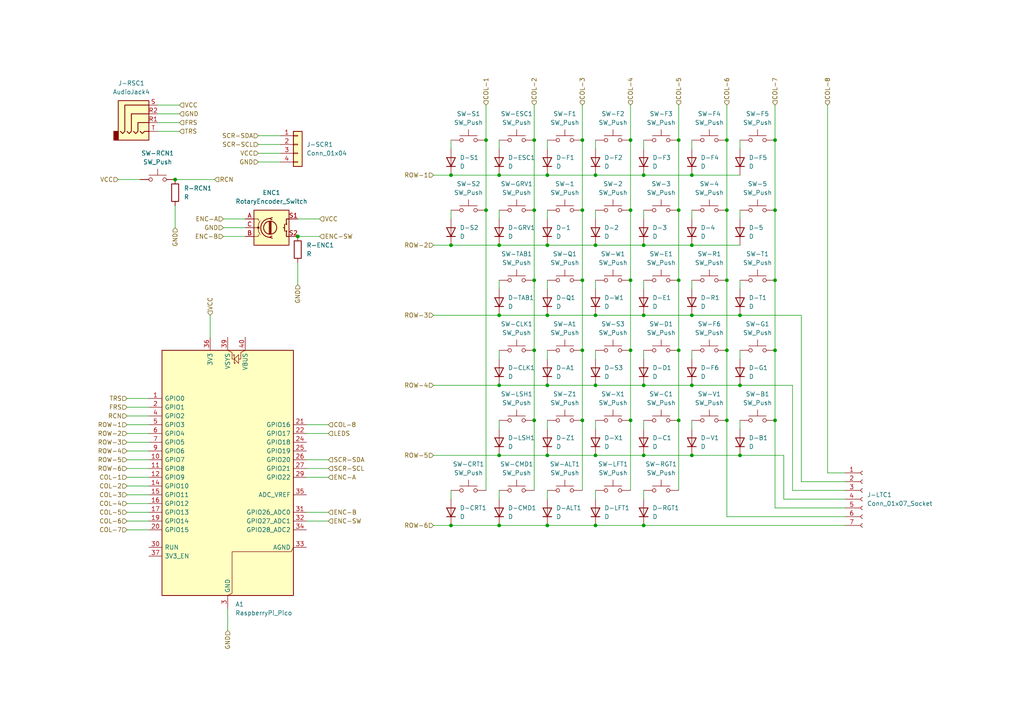
<source format=kicad_sch>
(kicad_sch (version 20231120) (generator "eeschema") (generator_version "8.0")
  (paper "A4")
  (title_block (title "ReBoard Left Side"))
  (lib_symbols
    (symbol "Connector:Conn_01x07_Socket" (pin_names (offset 1.016) hide)
      (property "Reference" "J" (at 0 10.16 0))
      (property "Value" "Conn_01x07_Socket" (at 0 -10.16 0))
      (symbol "Conn_01x07_Socket_1_1"
        (pin passive line (at -5.08 7.62 0) (length 3.81) (name "Pin_1") (number "1"))
        (pin passive line (at -5.08 5.08 0) (length 3.81) (name "Pin_2") (number "2"))
        (pin passive line (at -5.08 2.54 0) (length 3.81) (name "Pin_3") (number "3"))
        (pin passive line (at -5.08 0 0) (length 3.81) (name "Pin_4") (number "4"))
        (pin passive line (at -5.08 -2.54 0) (length 3.81) (name "Pin_5") (number "5"))
        (pin passive line (at -5.08 -5.08 0) (length 3.81) (name "Pin_6") (number "6"))
        (pin passive line (at -5.08 -7.62 0) (length 3.81) (name "Pin_7") (number "7"))
      )
    )
    (symbol "Connector_Audio:AudioJack4"
      (property "Reference" "J" (at 0 8.89 0))
      (property "Value" "AudioJack4" (at 0 6.35 0))
      (symbol "AudioJack4_1_1"
        (pin passive line (at 5.08 -2.54 180) (length 2.54) (name "~") (number "R1"))
        (pin passive line (at 5.08 0 180) (length 2.54) (name "~") (number "R2"))
        (pin passive line (at 5.08 2.54 180) (length 2.54) (name "~") (number "S"))
        (pin passive line (at 5.08 -5.08 180) (length 2.54) (name "~") (number "T"))
      )
    )
    (symbol "Connector_Generic:Conn_01x04" (pin_names (offset 1.016) hide)
      (property "Reference" "J" (at 0 5.08 0))
      (property "Value" "Conn_01x04" (at 0 -7.62 0))
      (symbol "Conn_01x04_1_1"
        (pin passive line (at -5.08 2.54 0) (length 3.81) (name "Pin_1") (number "1"))
        (pin passive line (at -5.08 0 0) (length 3.81) (name "Pin_2") (number "2"))
        (pin passive line (at -5.08 -2.54 0) (length 3.81) (name "Pin_3") (number "3"))
        (pin passive line (at -5.08 -5.08 0) (length 3.81) (name "Pin_4") (number "4"))
      )
    )
    (symbol "Device:D" (pin_numbers hide) (pin_names (offset 1.016) hide)
      (property "Reference" "D" (at 0 2.54 0))
      (property "Value" "D" (at 0 -2.54 0))
      (symbol "D_1_1"
        (pin passive line (at -3.81 0 0) (length 2.54) (name "K") (number "1"))
        (pin passive line (at 3.81 0 180) (length 2.54) (name "A") (number "2"))
      )
    )
    (symbol "Device:R" (pin_numbers hide) (pin_names (offset 0))
      (property "Reference" "R" (at 2.032 0 90))
      (property "Value" "R" (at 0 0 90))
      (symbol "R_1_1"
        (pin passive line (at 0 3.81 270) (length 1.27) (name "~") (number "1"))
        (pin passive line (at 0 -3.81 90) (length 1.27) (name "~") (number "2"))
      )
    )
    (symbol "Device:RotaryEncoder_Switch" (pin_names (offset 0.254) hide)
      (property "Reference" "SW" (at 0 6.604 0))
      (property "Value" "RotaryEncoder_Switch" (at 0 -6.604 0))
      (symbol "RotaryEncoder_Switch_1_1"
        (pin passive line (at -7.62 2.54 0) (length 2.54) (name "A") (number "A"))
        (pin passive line (at -7.62 -2.54 0) (length 2.54) (name "B") (number "B"))
        (pin passive line (at -7.62 0 0) (length 2.54) (name "C") (number "C"))
        (pin passive line (at 7.62 2.54 180) (length 2.54) (name "S1") (number "S1"))
        (pin passive line (at 7.62 -2.54 180) (length 2.54) (name "S2") (number "S2"))
      )
    )
    (symbol "MCU_Module_RaspberryPi_Pico:RaspberryPi_Pico" (pin_names (offset 0.762))
      (property "Reference" "A" (at -19.05 38.1 0))
      (property "Value" "RaspberryPi_Pico" (at 7.62 38.1 0))
      (symbol "RaspberryPi_Pico_1_1"
        (pin bidirectional line (at -22.86 22.86 0) (length 3.81) (name "GPIO0") (number "1"))
        (pin bidirectional line (at -22.86 5.08 0) (length 3.81) (name "GPIO7") (number "10"))
        (pin bidirectional line (at -22.86 2.54 0) (length 3.81) (name "GPIO8") (number "11"))
        (pin bidirectional line (at -22.86 0 0) (length 3.81) (name "GPIO9") (number "12"))
        (pin passive line (at 0 -38.1 90) (length 3.81) hide (name "GND") (number "13"))
        (pin bidirectional line (at -22.86 -2.54 0) (length 3.81) (name "GPIO10") (number "14"))
        (pin bidirectional line (at -22.86 -5.08 0) (length 3.81) (name "GPIO11") (number "15"))
        (pin bidirectional line (at -22.86 -7.62 0) (length 3.81) (name "GPIO12") (number "16"))
        (pin bidirectional line (at -22.86 -10.16 0) (length 3.81) (name "GPIO13") (number "17"))
        (pin passive line (at 0 -38.1 90) (length 3.81) hide (name "GND") (number "18"))
        (pin bidirectional line (at -22.86 -12.7 0) (length 3.81) (name "GPIO14") (number "19"))
        (pin bidirectional line (at -22.86 20.32 0) (length 3.81) (name "GPIO1") (number "2"))
        (pin bidirectional line (at -22.86 -15.24 0) (length 3.81) (name "GPIO15") (number "20"))
        (pin bidirectional line (at 22.86 15.24 180) (length 3.81) (name "GPIO16") (number "21"))
        (pin bidirectional line (at 22.86 12.7 180) (length 3.81) (name "GPIO17") (number "22"))
        (pin passive line (at 0 -38.1 90) (length 3.81) hide (name "GND") (number "23"))
        (pin bidirectional line (at 22.86 10.16 180) (length 3.81) (name "GPIO18") (number "24"))
        (pin bidirectional line (at 22.86 7.62 180) (length 3.81) (name "GPIO19") (number "25"))
        (pin bidirectional line (at 22.86 5.08 180) (length 3.81) (name "GPIO20") (number "26"))
        (pin bidirectional line (at 22.86 2.54 180) (length 3.81) (name "GPIO21") (number "27"))
        (pin passive line (at 0 -38.1 90) (length 3.81) hide (name "GND") (number "28"))
        (pin bidirectional line (at 22.86 0 180) (length 3.81) (name "GPIO22") (number "29"))
        (pin power_out line (at 0 -38.1 90) (length 3.81) (name "GND") (number "3"))
        (pin input line (at -22.86 -20.32 0) (length 3.81) (name "RUN") (number "30"))
        (pin bidirectional line (at 22.86 -10.16 180) (length 3.81) (name "GPIO26_ADC0") (number "31"))
        (pin bidirectional line (at 22.86 -12.7 180) (length 3.81) (name "GPIO27_ADC1") (number "32"))
        (pin power_out line (at 22.86 -20.32 180) (length 3.81) (name "AGND") (number "33"))
        (pin bidirectional line (at 22.86 -15.24 180) (length 3.81) (name "GPIO28_ADC2") (number "34"))
        (pin power_in line (at 22.86 -5.08 180) (length 3.81) (name "ADC_VREF") (number "35"))
        (pin power_out line (at -5.08 40.64 270) (length 3.81) (name "3V3") (number "36"))
        (pin input line (at -22.86 -22.86 0) (length 3.81) (name "3V3_EN") (number "37"))
        (pin passive line (at 0 -38.1 90) (length 3.81) hide (name "GND") (number "38"))
        (pin power_out line (at 0 40.64 270) (length 3.81) (name "VSYS") (number "39"))
        (pin bidirectional line (at -22.86 17.78 0) (length 3.81) (name "GPIO2") (number "4"))
        (pin power_out line (at 5.08 40.64 270) (length 3.81) (name "VBUS") (number "40"))
        (pin bidirectional line (at -22.86 15.24 0) (length 3.81) (name "GPIO3") (number "5"))
        (pin bidirectional line (at -22.86 12.7 0) (length 3.81) (name "GPIO4") (number "6"))
        (pin bidirectional line (at -22.86 10.16 0) (length 3.81) (name "GPIO5") (number "7"))
        (pin passive line (at 0 -38.1 90) (length 3.81) hide (name "GND") (number "8"))
        (pin bidirectional line (at -22.86 7.62 0) (length 3.81) (name "GPIO6") (number "9"))
      )
    )
    (symbol "Switch:SW_Push" (pin_numbers hide) (pin_names (offset 1.016) hide)
      (property "Reference" "SW" (at 1.27 2.54 0))
      (property "Value" "SW_Push" (at 0 -1.524 0))
      (symbol "SW_Push_0_1"
        (pin passive line (at -5.08 0 0) (length 2.54) (name "1") (number "1"))
        (pin passive line (at 5.08 0 180) (length 2.54) (name "2") (number "2"))
      )
    )
  )
  (junction (at 182.88 60.96))
  (junction (at 210.82 40.64))
  (junction (at 210.82 60.96))
  (junction (at 144.78 50.8))
  (junction (at 186.69 71.12))
  (junction (at 200.66 91.44))
  (junction (at 186.69 152.4))
  (junction (at 200.66 50.8))
  (junction (at 214.63 132.08))
  (junction (at 168.91 101.6))
  (junction (at 50.8 52.07))
  (junction (at 196.85 101.6))
  (junction (at 214.63 91.44))
  (junction (at 154.94 101.6))
  (junction (at 144.78 91.44))
  (junction (at 196.85 121.92))
  (junction (at 158.75 71.12))
  (junction (at 140.97 40.64))
  (junction (at 182.88 81.28))
  (junction (at 144.78 132.08))
  (junction (at 210.82 81.28))
  (junction (at 158.75 152.4))
  (junction (at 158.75 91.44))
  (junction (at 196.85 60.96))
  (junction (at 86.36 68.58))
  (junction (at 172.72 111.76))
  (junction (at 186.69 111.76))
  (junction (at 158.75 111.76))
  (junction (at 168.91 40.64))
  (junction (at 154.94 121.92))
  (junction (at 182.88 121.92))
  (junction (at 210.82 121.92))
  (junction (at 182.88 40.64))
  (junction (at 182.88 101.6))
  (junction (at 154.94 40.64))
  (junction (at 210.82 101.6))
  (junction (at 224.79 81.28))
  (junction (at 196.85 40.64))
  (junction (at 172.72 91.44))
  (junction (at 168.91 121.92))
  (junction (at 172.72 71.12))
  (junction (at 224.79 101.6))
  (junction (at 214.63 111.76))
  (junction (at 186.69 50.8))
  (junction (at 130.81 50.8))
  (junction (at 154.94 60.96))
  (junction (at 200.66 132.08))
  (junction (at 158.75 132.08))
  (junction (at 144.78 71.12))
  (junction (at 196.85 81.28))
  (junction (at 200.66 111.76))
  (junction (at 154.94 81.28))
  (junction (at 172.72 152.4))
  (junction (at 144.78 152.4))
  (junction (at 224.79 121.92))
  (junction (at 144.78 111.76))
  (junction (at 172.72 50.8))
  (junction (at 158.75 50.8))
  (junction (at 200.66 71.12))
  (junction (at 186.69 91.44))
  (junction (at 224.79 40.64))
  (junction (at 186.69 132.08))
  (junction (at 130.81 152.4))
  (junction (at 172.72 132.08))
  (junction (at 168.91 81.28))
  (junction (at 130.81 71.12))
  (junction (at 224.79 60.96))
  (junction (at 168.91 60.96))
  (junction (at 140.97 60.96))
  (wire (pts (xy 182.88 121.92) (xy 182.88 142.24)))
  (wire (pts (xy 158.75 111.76) (xy 172.72 111.76)))
  (wire (pts (xy 196.85 101.6) (xy 196.85 121.92)))
  (wire (pts (xy 158.75 40.64) (xy 158.75 43.18)))
  (wire (pts (xy 86.36 76.2) (xy 86.36 82.55)))
  (wire (pts (xy 210.82 30.48) (xy 210.82 40.64)))
  (wire (pts (xy 36.83 146.05) (xy 43.18 146.05)))
  (wire (pts (xy 186.69 121.92) (xy 186.69 124.46)))
  (wire (pts (xy 200.66 111.76) (xy 214.63 111.76)))
  (wire (pts (xy 45.72 35.56) (xy 52.07 35.56)))
  (wire (pts (xy 36.83 125.73) (xy 43.18 125.73)))
  (wire (pts (xy 64.77 66.04) (xy 71.12 66.04)))
  (wire (pts (xy 130.81 50.8) (xy 144.78 50.8)))
  (wire (pts (xy 200.66 40.64) (xy 200.66 43.18)))
  (wire (pts (xy 144.78 111.76) (xy 158.75 111.76)))
  (wire (pts (xy 182.88 101.6) (xy 182.88 121.92)))
  (wire (pts (xy 154.94 30.48) (xy 154.94 40.64)))
  (wire (pts (xy 196.85 60.96) (xy 196.85 81.28)))
  (wire (pts (xy 172.72 71.12) (xy 186.69 71.12)))
  (wire (pts (xy 74.93 46.99) (xy 81.28 46.99)))
  (wire (pts (xy 196.85 121.92) (xy 196.85 142.24)))
  (wire (pts (xy 186.69 152.4) (xy 245.11 152.4)))
  (wire (pts (xy 172.72 111.76) (xy 186.69 111.76)))
  (wire (pts (xy 172.72 81.28) (xy 172.72 83.82)))
  (wire (pts (xy 45.72 30.48) (xy 52.07 30.48)))
  (wire (pts (xy 214.63 81.28) (xy 214.63 83.82)))
  (wire (pts (xy 36.83 123.19) (xy 43.18 123.19)))
  (wire (pts (xy 144.78 132.08) (xy 158.75 132.08)))
  (wire (pts (xy 140.97 30.48) (xy 140.97 40.64)))
  (wire (pts (xy 144.78 40.64) (xy 144.78 43.18)))
  (wire (pts (xy 210.82 40.64) (xy 210.82 60.96)))
  (wire (pts (xy 36.83 135.89) (xy 43.18 135.89)))
  (wire (pts (xy 130.81 152.4) (xy 144.78 152.4)))
  (wire (pts (xy 182.88 60.96) (xy 182.88 81.28)))
  (wire (pts (xy 224.79 60.96) (xy 224.79 81.28)))
  (wire (pts (xy 158.75 81.28) (xy 158.75 83.82)))
  (wire (pts (xy 64.77 63.5) (xy 71.12 63.5)))
  (wire (pts (xy 144.78 121.92) (xy 144.78 124.46)))
  (wire (pts (xy 125.73 111.76) (xy 144.78 111.76)))
  (wire (pts (xy 186.69 60.96) (xy 186.69 63.5)))
  (wire (pts (xy 214.63 60.96) (xy 214.63 63.5)))
  (wire (pts (xy 144.78 60.96) (xy 144.78 63.5)))
  (wire (pts (xy 50.8 52.07) (xy 62.23 52.07)))
  (wire (pts (xy 227.33 132.08) (xy 227.33 144.78)))
  (wire (pts (xy 125.73 50.8) (xy 130.81 50.8)))
  (wire (pts (xy 224.79 40.64) (xy 224.79 60.96)))
  (wire (pts (xy 66.04 176.53) (xy 66.04 182.88)))
  (wire (pts (xy 196.85 30.48) (xy 196.85 40.64)))
  (wire (pts (xy 86.36 68.58) (xy 92.71 68.58)))
  (wire (pts (xy 125.73 132.08) (xy 144.78 132.08)))
  (wire (pts (xy 210.82 121.92) (xy 210.82 149.86)))
  (wire (pts (xy 186.69 132.08) (xy 200.66 132.08)))
  (wire (pts (xy 200.66 81.28) (xy 200.66 83.82)))
  (wire (pts (xy 210.82 81.28) (xy 210.82 101.6)))
  (wire (pts (xy 224.79 101.6) (xy 224.79 121.92)))
  (wire (pts (xy 144.78 101.6) (xy 144.78 104.14)))
  (wire (pts (xy 214.63 132.08) (xy 227.33 132.08)))
  (wire (pts (xy 36.83 140.97) (xy 43.18 140.97)))
  (wire (pts (xy 130.81 71.12) (xy 144.78 71.12)))
  (wire (pts (xy 144.78 91.44) (xy 158.75 91.44)))
  (wire (pts (xy 158.75 121.92) (xy 158.75 124.46)))
  (wire (pts (xy 224.79 30.48) (xy 224.79 40.64)))
  (wire (pts (xy 88.9 133.35) (xy 95.25 133.35)))
  (wire (pts (xy 88.9 151.13) (xy 95.25 151.13)))
  (wire (pts (xy 172.72 142.24) (xy 172.72 144.78)))
  (wire (pts (xy 182.88 81.28) (xy 182.88 101.6)))
  (wire (pts (xy 168.91 40.64) (xy 168.91 60.96)))
  (wire (pts (xy 36.83 143.51) (xy 43.18 143.51)))
  (wire (pts (xy 88.9 123.19) (xy 95.25 123.19)))
  (wire (pts (xy 36.83 153.67) (xy 43.18 153.67)))
  (wire (pts (xy 172.72 40.64) (xy 172.72 43.18)))
  (wire (pts (xy 168.91 60.96) (xy 168.91 81.28)))
  (wire (pts (xy 34.29 52.07) (xy 40.64 52.07)))
  (wire (pts (xy 227.33 144.78) (xy 245.11 144.78)))
  (wire (pts (xy 64.77 68.58) (xy 71.12 68.58)))
  (wire (pts (xy 186.69 40.64) (xy 186.69 43.18)))
  (wire (pts (xy 140.97 40.64) (xy 140.97 60.96)))
  (wire (pts (xy 158.75 152.4) (xy 172.72 152.4)))
  (wire (pts (xy 210.82 101.6) (xy 210.82 121.92)))
  (wire (pts (xy 240.03 137.16) (xy 240.03 30.48)))
  (wire (pts (xy 36.83 148.59) (xy 43.18 148.59)))
  (wire (pts (xy 186.69 142.24) (xy 186.69 144.78)))
  (wire (pts (xy 36.83 133.35) (xy 43.18 133.35)))
  (wire (pts (xy 140.97 60.96) (xy 140.97 142.24)))
  (wire (pts (xy 36.83 130.81) (xy 43.18 130.81)))
  (wire (pts (xy 154.94 121.92) (xy 154.94 142.24)))
  (wire (pts (xy 158.75 60.96) (xy 158.75 63.5)))
  (wire (pts (xy 36.83 120.65) (xy 43.18 120.65)))
  (wire (pts (xy 229.87 111.76) (xy 229.87 142.24)))
  (wire (pts (xy 186.69 81.28) (xy 186.69 83.82)))
  (wire (pts (xy 186.69 101.6) (xy 186.69 104.14)))
  (wire (pts (xy 214.63 121.92) (xy 214.63 124.46)))
  (wire (pts (xy 125.73 91.44) (xy 144.78 91.44)))
  (wire (pts (xy 144.78 71.12) (xy 158.75 71.12)))
  (wire (pts (xy 36.83 151.13) (xy 43.18 151.13)))
  (wire (pts (xy 172.72 132.08) (xy 186.69 132.08)))
  (wire (pts (xy 210.82 149.86) (xy 245.11 149.86)))
  (wire (pts (xy 224.79 81.28) (xy 224.79 101.6)))
  (wire (pts (xy 74.93 44.45) (xy 81.28 44.45)))
  (wire (pts (xy 168.91 121.92) (xy 168.91 142.24)))
  (wire (pts (xy 172.72 50.8) (xy 186.69 50.8)))
  (wire (pts (xy 214.63 40.64) (xy 214.63 43.18)))
  (wire (pts (xy 36.83 128.27) (xy 43.18 128.27)))
  (wire (pts (xy 168.91 81.28) (xy 168.91 101.6)))
  (wire (pts (xy 186.69 111.76) (xy 200.66 111.76)))
  (wire (pts (xy 154.94 101.6) (xy 154.94 121.92)))
  (wire (pts (xy 172.72 152.4) (xy 186.69 152.4)))
  (wire (pts (xy 186.69 71.12) (xy 200.66 71.12)))
  (wire (pts (xy 224.79 147.32) (xy 245.11 147.32)))
  (wire (pts (xy 168.91 101.6) (xy 168.91 121.92)))
  (wire (pts (xy 172.72 101.6) (xy 172.72 104.14)))
  (wire (pts (xy 186.69 50.8) (xy 200.66 50.8)))
  (wire (pts (xy 45.72 38.1) (xy 52.07 38.1)))
  (wire (pts (xy 214.63 101.6) (xy 214.63 104.14)))
  (wire (pts (xy 158.75 91.44) (xy 172.72 91.44)))
  (wire (pts (xy 144.78 142.24) (xy 144.78 144.78)))
  (wire (pts (xy 168.91 30.48) (xy 168.91 40.64)))
  (wire (pts (xy 224.79 121.92) (xy 224.79 147.32)))
  (wire (pts (xy 210.82 60.96) (xy 210.82 81.28)))
  (wire (pts (xy 240.03 137.16) (xy 245.11 137.16)))
  (wire (pts (xy 200.66 91.44) (xy 214.63 91.44)))
  (wire (pts (xy 36.83 118.11) (xy 43.18 118.11)))
  (wire (pts (xy 45.72 33.02) (xy 52.07 33.02)))
  (wire (pts (xy 88.9 148.59) (xy 95.25 148.59)))
  (wire (pts (xy 232.41 139.7) (xy 245.11 139.7)))
  (wire (pts (xy 125.73 152.4) (xy 130.81 152.4)))
  (wire (pts (xy 214.63 91.44) (xy 232.41 91.44)))
  (wire (pts (xy 158.75 50.8) (xy 172.72 50.8)))
  (wire (pts (xy 154.94 60.96) (xy 154.94 81.28)))
  (wire (pts (xy 158.75 142.24) (xy 158.75 144.78)))
  (wire (pts (xy 158.75 101.6) (xy 158.75 104.14)))
  (wire (pts (xy 88.9 135.89) (xy 95.25 135.89)))
  (wire (pts (xy 130.81 60.96) (xy 130.81 63.5)))
  (wire (pts (xy 60.96 91.44) (xy 60.96 97.79)))
  (wire (pts (xy 158.75 71.12) (xy 172.72 71.12)))
  (wire (pts (xy 182.88 30.48) (xy 182.88 40.64)))
  (wire (pts (xy 182.88 40.64) (xy 182.88 60.96)))
  (wire (pts (xy 50.8 59.69) (xy 50.8 66.04)))
  (wire (pts (xy 200.66 132.08) (xy 214.63 132.08)))
  (wire (pts (xy 125.73 71.12) (xy 130.81 71.12)))
  (wire (pts (xy 200.66 60.96) (xy 200.66 63.5)))
  (wire (pts (xy 229.87 142.24) (xy 245.11 142.24)))
  (wire (pts (xy 172.72 91.44) (xy 186.69 91.44)))
  (wire (pts (xy 196.85 40.64) (xy 196.85 60.96)))
  (wire (pts (xy 144.78 81.28) (xy 144.78 83.82)))
  (wire (pts (xy 200.66 50.8) (xy 214.63 50.8)))
  (wire (pts (xy 144.78 50.8) (xy 158.75 50.8)))
  (wire (pts (xy 186.69 91.44) (xy 200.66 91.44)))
  (wire (pts (xy 86.36 63.5) (xy 92.71 63.5)))
  (wire (pts (xy 36.83 138.43) (xy 43.18 138.43)))
  (wire (pts (xy 214.63 111.76) (xy 229.87 111.76)))
  (wire (pts (xy 130.81 142.24) (xy 130.81 144.78)))
  (wire (pts (xy 200.66 101.6) (xy 200.66 104.14)))
  (wire (pts (xy 172.72 60.96) (xy 172.72 63.5)))
  (wire (pts (xy 196.85 81.28) (xy 196.85 101.6)))
  (wire (pts (xy 144.78 152.4) (xy 158.75 152.4)))
  (wire (pts (xy 232.41 139.7) (xy 232.41 91.44)))
  (wire (pts (xy 88.9 138.43) (xy 95.25 138.43)))
  (wire (pts (xy 88.9 125.73) (xy 95.25 125.73)))
  (wire (pts (xy 36.83 115.57) (xy 43.18 115.57)))
  (wire (pts (xy 154.94 81.28) (xy 154.94 101.6)))
  (wire (pts (xy 154.94 40.64) (xy 154.94 60.96)))
  (wire (pts (xy 158.75 132.08) (xy 172.72 132.08)))
  (wire (pts (xy 130.81 40.64) (xy 130.81 43.18)))
  (wire (pts (xy 172.72 121.92) (xy 172.72 124.46)))
  (wire (pts (xy 200.66 121.92) (xy 200.66 124.46)))
  (wire (pts (xy 200.66 71.12) (xy 214.63 71.12)))
  (wire (pts (xy 74.93 39.37) (xy 81.28 39.37)))
  (wire (pts (xy 74.93 41.91) (xy 81.28 41.91)))
  (hierarchical_label "ROW-5" (shape input) (at 36.83 133.35 180))
  (hierarchical_label "GND" (shape input) (at 66.04 182.88 270))
  (hierarchical_label "TRS" (shape input) (at 52.07 38.1 0))
  (hierarchical_label "ROW-3" (shape input) (at 36.83 128.27 180))
  (hierarchical_label "COL-4" (shape input) (at 36.83 146.05 180))
  (hierarchical_label "GND" (shape input) (at 52.07 33.02 0))
  (hierarchical_label "SCR-SCL" (shape input) (at 74.93 41.91 180))
  (hierarchical_label "COL-5" (shape input) (at 36.83 148.59 180))
  (hierarchical_label "RCN" (shape input) (at 62.23 52.07 0))
  (hierarchical_label "ROW-3" (shape input) (at 125.73 91.44 180))
  (hierarchical_label "GND" (shape input) (at 64.77 66.04 180))
  (hierarchical_label "LEDS" (shape input) (at 95.25 125.73 0))
  (hierarchical_label "RCN" (shape input) (at 36.83 120.65 180))
  (hierarchical_label "SCR-SDA" (shape input) (at 74.93 39.37 180))
  (hierarchical_label "ROW-4" (shape input) (at 36.83 130.81 180))
  (hierarchical_label "VCC" (shape input) (at 74.93 44.45 180))
  (hierarchical_label "ROW-6" (shape input) (at 36.83 135.89 180))
  (hierarchical_label "COL-7" (shape input) (at 224.79 30.48 90))
  (hierarchical_label "VCC" (shape input) (at 52.07 30.48 0))
  (hierarchical_label "COL-8" (shape input) (at 240.03 30.48 90))
  (hierarchical_label "COL-3" (shape input) (at 168.91 30.48 90))
  (hierarchical_label "ROW-4" (shape input) (at 125.73 111.76 180))
  (hierarchical_label "ROW-1" (shape input) (at 125.73 50.8 180))
  (hierarchical_label "GND" (shape input) (at 74.93 46.99 180))
  (hierarchical_label "COL-4" (shape input) (at 182.88 30.48 90))
  (hierarchical_label "COL-3" (shape input) (at 36.83 143.51 180))
  (hierarchical_label "COL-6" (shape input) (at 210.82 30.48 90))
  (hierarchical_label "COL-8" (shape input) (at 95.25 123.19 0))
  (hierarchical_label "VCC" (shape input) (at 60.96 91.44 90))
  (hierarchical_label "ROW-1" (shape input) (at 36.83 123.19 180))
  (hierarchical_label "TRS" (shape input) (at 36.83 115.57 180))
  (hierarchical_label "COL-6" (shape input) (at 36.83 151.13 180))
  (hierarchical_label "ENC-SW" (shape input) (at 95.25 151.13 0))
  (hierarchical_label "SCR-SDA" (shape input) (at 95.25 133.35 0))
  (hierarchical_label "COL-1" (shape input) (at 140.97 30.48 90))
  (hierarchical_label "ROW-6" (shape input) (at 125.73 152.4 180))
  (hierarchical_label "COL-2" (shape input) (at 154.94 30.48 90))
  (hierarchical_label "COL-5" (shape input) (at 196.85 30.48 90))
  (hierarchical_label "VCC" (shape input) (at 34.29 52.07 180))
  (hierarchical_label "ROW-5" (shape input) (at 125.73 132.08 180))
  (hierarchical_label "COL-7" (shape input) (at 36.83 153.67 180))
  (hierarchical_label "ENC-A" (shape input) (at 95.25 138.43 0))
  (hierarchical_label "GND" (shape input) (at 50.8 66.04 270))
  (hierarchical_label "GND" (shape input) (at 86.36 82.55 270))
  (hierarchical_label "ROW-2" (shape input) (at 125.73 71.12 180))
  (hierarchical_label "COL-1" (shape input) (at 36.83 138.43 180))
  (hierarchical_label "FRS" (shape input) (at 52.07 35.56 0))
  (hierarchical_label "ENC-A" (shape input) (at 64.77 63.5 180))
  (hierarchical_label "ROW-2" (shape input) (at 36.83 125.73 180))
  (hierarchical_label "ENC-SW" (shape input) (at 92.71 68.58 0))
  (hierarchical_label "SCR-SCL" (shape input) (at 95.25 135.89 0))
  (hierarchical_label "ENC-B" (shape input) (at 95.25 148.59 0))
  (hierarchical_label "ENC-B" (shape input) (at 64.77 68.58 180))
  (hierarchical_label "VCC" (shape input) (at 92.71 63.5 0))
  (hierarchical_label "COL-2" (shape input) (at 36.83 140.97 180))
  (hierarchical_label "FRS" (shape input) (at 36.83 118.11 180))
  (symbol (lib_id "Switch:SW_Push") (at 177.8 40.64 0) (unit 1)
    (property "Reference" "SW-F2" (at 177.8 33.02 0))
    (property "Value" "SW_Push" (at 177.8 35.56 0))
    (property "Footprint" "MX_Hotswap:MX-Hotswap-1U" (effects (hide yes)))
    (property "Description" "Push button switch, generic, two pins" (effects (hide yes)))
  )
  (symbol (lib_id "Switch:SW_Push") (at 149.86 81.28 0) (unit 1)
    (property "Reference" "SW-TAB1" (at 149.86 73.66 0))
    (property "Value" "SW_Push" (at 149.86 76.2 0))
    (property "Footprint" "MX_Hotswap:MX-Hotswap-2U" (effects (hide yes)))
    (property "Description" "Push button switch, generic, two pins" (effects (hide yes)))
  )
  (symbol (lib_id "Device:D") (at 158.75 107.95 90) (unit 1)
    (property "Reference" "D-A1" (at 161.29 106.6799 90) (effects (justify right)))
    (property "Value" "D" (at 161.29 109.2199 90) (effects (justify right)))
    (property "Footprint" "Diode_SMD:D_SOD-123" (effects (hide yes)))
    (property "Description" "Diode" (effects (hide yes)))
    (property "Sim.Device" "D" (effects (hide yes)))
    (property "Sim.Pins" "1=K 2=A" (effects (hide yes)))
  )
  (symbol (lib_id "Device:D") (at 214.63 107.95 90) (unit 1)
    (property "Reference" "D-G1" (at 217.17 106.6799 90) (effects (justify right)))
    (property "Value" "D" (at 217.17 109.2199 90) (effects (justify right)))
    (property "Footprint" "Diode_SMD:D_SOD-123" (effects (hide yes)))
    (property "Description" "Diode" (effects (hide yes)))
    (property "Sim.Device" "D" (effects (hide yes)))
    (property "Sim.Pins" "1=K 2=A" (effects (hide yes)))
  )
  (symbol (lib_id "MCU_Module_RaspberryPi_Pico:RaspberryPi_Pico") (at 66.04 138.43 0) (unit 1)
    (property "Reference" "A1" (at 68.2341 175.26 0) (effects (justify left)))
    (property "Value" "RaspberryPi_Pico" (at 68.2341 177.8 0) (effects (justify left)))
    (property "Footprint" "Module_RaspberryPi_Pico:RaspberryPi_Pico_Common_THT" (effects (hide yes)))
    (property "Datasheet" "https://datasheets.raspberrypi.com/pico/pico-datasheet.pdf" (effects (hide yes)))
    (property "Description" "Versatile and inexpensive microcontroller module powered by RP2040 dual-core Arm Cortex-M0+ processor up to 133 MHz, 264kB SRAM, 2MB QSPI flash" (effects (hide yes)))
  )
  (symbol (lib_id "Switch:SW_Push") (at 191.77 40.64 0) (unit 1)
    (property "Reference" "SW-F3" (at 191.77 33.02 0))
    (property "Value" "SW_Push" (at 191.77 35.56 0))
    (property "Footprint" "MX_Hotswap:MX-Hotswap-1U" (effects (hide yes)))
    (property "Description" "Push button switch, generic, two pins" (effects (hide yes)))
  )
  (symbol (lib_id "Device:D") (at 144.78 148.59 90) (unit 1)
    (property "Reference" "D-CMD1" (at 147.32 147.3199 90) (effects (justify right)))
    (property "Value" "D" (at 147.32 149.8599 90) (effects (justify right)))
    (property "Footprint" "Diode_SMD:D_SOD-123" (effects (hide yes)))
    (property "Description" "Diode" (effects (hide yes)))
    (property "Sim.Device" "D" (effects (hide yes)))
    (property "Sim.Pins" "1=K 2=A" (effects (hide yes)))
  )
  (symbol (lib_id "Device:D") (at 158.75 67.31 90) (unit 1)
    (property "Reference" "D-1" (at 161.29 66.0399 90) (effects (justify right)))
    (property "Value" "D" (at 161.29 68.5799 90) (effects (justify right)))
    (property "Footprint" "Diode_SMD:D_SOD-123" (effects (hide yes)))
    (property "Description" "Diode" (effects (hide yes)))
    (property "Sim.Device" "D" (effects (hide yes)))
    (property "Sim.Pins" "1=K 2=A" (effects (hide yes)))
  )
  (symbol (lib_id "Device:R") (at 50.8 55.88 0) (unit 1)
    (property "Reference" "R-RCN1" (at 53.34 54.6099 0) (effects (justify left)))
    (property "Value" "R" (at 53.34 57.1499 0) (effects (justify left)))
    (property "Footprint" "Resistor_SMD:R_0805_2012Metric_Pad1.20x1.40mm_HandSolder" (effects (hide yes)))
    (property "Description" "Resistor" (effects (hide yes)))
  )
  (symbol (lib_id "Device:D") (at 186.69 87.63 90) (unit 1)
    (property "Reference" "D-E1" (at 189.23 86.3599 90) (effects (justify right)))
    (property "Value" "D" (at 189.23 88.8999 90) (effects (justify right)))
    (property "Footprint" "Diode_SMD:D_SOD-123" (effects (hide yes)))
    (property "Description" "Diode" (effects (hide yes)))
    (property "Sim.Device" "D" (effects (hide yes)))
    (property "Sim.Pins" "1=K 2=A" (effects (hide yes)))
  )
  (symbol (lib_id "Device:D") (at 172.72 87.63 90) (unit 1)
    (property "Reference" "D-W1" (at 175.26 86.3599 90) (effects (justify right)))
    (property "Value" "D" (at 175.26 88.8999 90) (effects (justify right)))
    (property "Footprint" "Diode_SMD:D_SOD-123" (effects (hide yes)))
    (property "Description" "Diode" (effects (hide yes)))
    (property "Sim.Device" "D" (effects (hide yes)))
    (property "Sim.Pins" "1=K 2=A" (effects (hide yes)))
  )
  (symbol (lib_id "Device:D") (at 172.72 46.99 90) (unit 1)
    (property "Reference" "D-F2" (at 175.26 45.7199 90) (effects (justify right)))
    (property "Value" "D" (at 175.26 48.2599 90) (effects (justify right)))
    (property "Footprint" "Diode_SMD:D_SOD-123" (effects (hide yes)))
    (property "Description" "Diode" (effects (hide yes)))
    (property "Sim.Device" "D" (effects (hide yes)))
    (property "Sim.Pins" "1=K 2=A" (effects (hide yes)))
  )
  (symbol (lib_id "Device:D") (at 172.72 67.31 90) (unit 1)
    (property "Reference" "D-2" (at 175.26 66.0399 90) (effects (justify right)))
    (property "Value" "D" (at 175.26 68.5799 90) (effects (justify right)))
    (property "Footprint" "Diode_SMD:D_SOD-123" (effects (hide yes)))
    (property "Description" "Diode" (effects (hide yes)))
    (property "Sim.Device" "D" (effects (hide yes)))
    (property "Sim.Pins" "1=K 2=A" (effects (hide yes)))
  )
  (symbol (lib_id "Device:D") (at 144.78 107.95 90) (unit 1)
    (property "Reference" "D-CLK1" (at 147.32 106.6799 90) (effects (justify right)))
    (property "Value" "D" (at 147.32 109.2199 90) (effects (justify right)))
    (property "Footprint" "Diode_SMD:D_SOD-123" (effects (hide yes)))
    (property "Description" "Diode" (effects (hide yes)))
    (property "Sim.Device" "D" (effects (hide yes)))
    (property "Sim.Pins" "1=K 2=A" (effects (hide yes)))
  )
  (symbol (lib_id "Switch:SW_Push") (at 45.72 52.07 0) (unit 1)
    (property "Reference" "SW-RCN1" (at 45.72 44.45 0))
    (property "Value" "SW_Push" (at 45.72 46.99 0))
    (property "Footprint" "Button_Switch_THT:SW_Tactile_SPST_Angled_PTS645Vx31-2LFS" (effects (hide yes)))
    (property "Description" "Push button switch, generic, two pins" (effects (hide yes)))
  )
  (symbol (lib_id "Switch:SW_Push") (at 191.77 101.6 0) (unit 1)
    (property "Reference" "SW-D1" (at 191.77 93.98 0))
    (property "Value" "SW_Push" (at 191.77 96.52 0))
    (property "Footprint" "MX_Hotswap:MX-Hotswap-1U" (effects (hide yes)))
    (property "Description" "Push button switch, generic, two pins" (effects (hide yes)))
  )
  (symbol (lib_id "Device:D") (at 172.72 128.27 90) (unit 1)
    (property "Reference" "D-X1" (at 175.26 126.9999 90) (effects (justify right)))
    (property "Value" "D" (at 175.26 129.5399 90) (effects (justify right)))
    (property "Footprint" "Diode_SMD:D_SOD-123" (effects (hide yes)))
    (property "Description" "Diode" (effects (hide yes)))
    (property "Sim.Device" "D" (effects (hide yes)))
    (property "Sim.Pins" "1=K 2=A" (effects (hide yes)))
  )
  (symbol (lib_id "Device:D") (at 172.72 107.95 90) (unit 1)
    (property "Reference" "D-S3" (at 175.26 106.6799 90) (effects (justify right)))
    (property "Value" "D" (at 175.26 109.2199 90) (effects (justify right)))
    (property "Footprint" "Diode_SMD:D_SOD-123" (effects (hide yes)))
    (property "Description" "Diode" (effects (hide yes)))
    (property "Sim.Device" "D" (effects (hide yes)))
    (property "Sim.Pins" "1=K 2=A" (effects (hide yes)))
  )
  (symbol (lib_id "Switch:SW_Push") (at 177.8 81.28 0) (unit 1)
    (property "Reference" "SW-W1" (at 177.8 73.66 0))
    (property "Value" "SW_Push" (at 177.8 76.2 0))
    (property "Footprint" "MX_Hotswap:MX-Hotswap-1U" (effects (hide yes)))
    (property "Description" "Push button switch, generic, two pins" (effects (hide yes)))
  )
  (symbol (lib_id "Device:D") (at 200.66 87.63 90) (unit 1)
    (property "Reference" "D-R1" (at 203.2 86.3599 90) (effects (justify right)))
    (property "Value" "D" (at 203.2 88.8999 90) (effects (justify right)))
    (property "Footprint" "Diode_SMD:D_SOD-123" (effects (hide yes)))
    (property "Description" "Diode" (effects (hide yes)))
    (property "Sim.Device" "D" (effects (hide yes)))
    (property "Sim.Pins" "1=K 2=A" (effects (hide yes)))
  )
  (symbol (lib_id "Device:D") (at 186.69 107.95 90) (unit 1)
    (property "Reference" "D-D1" (at 189.23 106.6799 90) (effects (justify right)))
    (property "Value" "D" (at 189.23 109.2199 90) (effects (justify right)))
    (property "Footprint" "Diode_SMD:D_SOD-123" (effects (hide yes)))
    (property "Description" "Diode" (effects (hide yes)))
    (property "Sim.Device" "D" (effects (hide yes)))
    (property "Sim.Pins" "1=K 2=A" (effects (hide yes)))
  )
  (symbol (lib_id "Device:D") (at 130.81 67.31 90) (unit 1)
    (property "Reference" "D-S2" (at 133.35 66.0399 90) (effects (justify right)))
    (property "Value" "D" (at 133.35 68.5799 90) (effects (justify right)))
    (property "Footprint" "Diode_SMD:D_SOD-123" (effects (hide yes)))
    (property "Description" "Diode" (effects (hide yes)))
    (property "Sim.Device" "D" (effects (hide yes)))
    (property "Sim.Pins" "1=K 2=A" (effects (hide yes)))
  )
  (symbol (lib_id "Device:D") (at 200.66 128.27 90) (unit 1)
    (property "Reference" "D-V1" (at 203.2 126.9999 90) (effects (justify right)))
    (property "Value" "D" (at 203.2 129.5399 90) (effects (justify right)))
    (property "Footprint" "Diode_SMD:D_SOD-123" (effects (hide yes)))
    (property "Description" "Diode" (effects (hide yes)))
    (property "Sim.Device" "D" (effects (hide yes)))
    (property "Sim.Pins" "1=K 2=A" (effects (hide yes)))
  )
  (symbol (lib_id "Switch:SW_Push") (at 219.71 121.92 0) (unit 1)
    (property "Reference" "SW-B1" (at 219.71 114.3 0))
    (property "Value" "SW_Push" (at 219.71 116.84 0))
    (property "Footprint" "MX_Hotswap:MX-Hotswap-1U" (effects (hide yes)))
    (property "Description" "Push button switch, generic, two pins" (effects (hide yes)))
  )
  (symbol (lib_id "Connector_Generic:Conn_01x04") (at 86.36 41.91 0) (unit 1)
    (property "Reference" "J-SCR1" (at 88.9 41.9099 0) (effects (justify left)))
    (property "Value" "Conn_01x04" (at 88.9 44.4499 0) (effects (justify left)))
    (property "Footprint" "Connector_JST:JST_EH_S4B-EH_1x04_P2.50mm_Horizontal" (effects (hide yes)))
    (property "Description" "Generic connector, single row, 01x04, script generated (kicad-library-utils/schlib/autogen/connector/)" (effects (hide yes)))
  )
  (symbol (lib_id "Connector:Conn_01x07_Socket") (at 250.19 144.78 0) (unit 1)
    (property "Reference" "J-LTC1" (at 251.46 143.5099 0) (effects (justify left)))
    (property "Value" "Conn_01x07_Socket" (at 251.46 146.0499 0) (effects (justify left)))
    (property "Footprint" "Connector_JST:JST_EH_S7B-EH_1x07_P2.50mm_Horizontal" (effects (hide yes)))
    (property "Description" "Generic connector, single row, 01x07, script generated" (effects (hide yes)))
  )
  (symbol (lib_id "Switch:SW_Push") (at 219.71 60.96 0) (unit 1)
    (property "Reference" "SW-5" (at 219.71 53.34 0))
    (property "Value" "SW_Push" (at 219.71 55.88 0))
    (property "Footprint" "MX_Hotswap:MX-Hotswap-1U" (effects (hide yes)))
    (property "Description" "Push button switch, generic, two pins" (effects (hide yes)))
  )
  (symbol (lib_id "Device:D") (at 144.78 128.27 90) (unit 1)
    (property "Reference" "D-LSH1" (at 147.32 126.9999 90) (effects (justify right)))
    (property "Value" "D" (at 147.32 129.5399 90) (effects (justify right)))
    (property "Footprint" "Diode_SMD:D_SOD-123" (effects (hide yes)))
    (property "Description" "Diode" (effects (hide yes)))
    (property "Sim.Device" "D" (effects (hide yes)))
    (property "Sim.Pins" "1=K 2=A" (effects (hide yes)))
  )
  (symbol (lib_id "Device:D") (at 158.75 148.59 90) (unit 1)
    (property "Reference" "D-ALT1" (at 161.29 147.3199 90) (effects (justify right)))
    (property "Value" "D" (at 161.29 149.8599 90) (effects (justify right)))
    (property "Footprint" "Diode_SMD:D_SOD-123" (effects (hide yes)))
    (property "Description" "Diode" (effects (hide yes)))
    (property "Sim.Device" "D" (effects (hide yes)))
    (property "Sim.Pins" "1=K 2=A" (effects (hide yes)))
  )
  (symbol (lib_id "Switch:SW_Push") (at 205.74 60.96 0) (unit 1)
    (property "Reference" "SW-4" (at 205.74 53.34 0))
    (property "Value" "SW_Push" (at 205.74 55.88 0))
    (property "Footprint" "MX_Hotswap:MX-Hotswap-1U" (effects (hide yes)))
    (property "Description" "Push button switch, generic, two pins" (effects (hide yes)))
  )
  (symbol (lib_id "Device:D") (at 200.66 107.95 90) (unit 1)
    (property "Reference" "D-F6" (at 203.2 106.6799 90) (effects (justify right)))
    (property "Value" "D" (at 203.2 109.2199 90) (effects (justify right)))
    (property "Footprint" "Diode_SMD:D_SOD-123" (effects (hide yes)))
    (property "Description" "Diode" (effects (hide yes)))
    (property "Sim.Device" "D" (effects (hide yes)))
    (property "Sim.Pins" "1=K 2=A" (effects (hide yes)))
  )
  (symbol (lib_id "Device:D") (at 158.75 87.63 90) (unit 1)
    (property "Reference" "D-Q1" (at 161.29 86.3599 90) (effects (justify right)))
    (property "Value" "D" (at 161.29 88.8999 90) (effects (justify right)))
    (property "Footprint" "Diode_SMD:D_SOD-123" (effects (hide yes)))
    (property "Description" "Diode" (effects (hide yes)))
    (property "Sim.Device" "D" (effects (hide yes)))
    (property "Sim.Pins" "1=K 2=A" (effects (hide yes)))
  )
  (symbol (lib_id "Switch:SW_Push") (at 135.89 60.96 0) (unit 1)
    (property "Reference" "SW-S2" (at 135.89 53.34 0))
    (property "Value" "SW_Push" (at 135.89 55.88 0))
    (property "Footprint" "MX_Hotswap:MX-Hotswap-1U" (effects (hide yes)))
    (property "Description" "Push button switch, generic, two pins" (effects (hide yes)))
  )
  (symbol (lib_id "Switch:SW_Push") (at 163.83 81.28 0) (unit 1)
    (property "Reference" "SW-Q1" (at 163.83 73.66 0))
    (property "Value" "SW_Push" (at 163.83 76.2 0))
    (property "Footprint" "MX_Hotswap:MX-Hotswap-1U" (effects (hide yes)))
    (property "Description" "Push button switch, generic, two pins" (effects (hide yes)))
  )
  (symbol (lib_id "Device:D") (at 144.78 67.31 90) (unit 1)
    (property "Reference" "D-GRV1" (at 147.32 66.0399 90) (effects (justify right)))
    (property "Value" "D" (at 147.32 68.5799 90) (effects (justify right)))
    (property "Footprint" "Diode_SMD:D_SOD-123" (effects (hide yes)))
    (property "Description" "Diode" (effects (hide yes)))
    (property "Sim.Device" "D" (effects (hide yes)))
    (property "Sim.Pins" "1=K 2=A" (effects (hide yes)))
  )
  (symbol (lib_id "Switch:SW_Push") (at 163.83 60.96 0) (unit 1)
    (property "Reference" "SW-1" (at 163.83 53.34 0))
    (property "Value" "SW_Push" (at 163.83 55.88 0))
    (property "Footprint" "MX_Hotswap:MX-Hotswap-1U" (effects (hide yes)))
    (property "Description" "Push button switch, generic, two pins" (effects (hide yes)))
  )
  (symbol (lib_id "Device:D") (at 214.63 128.27 90) (unit 1)
    (property "Reference" "D-B1" (at 217.17 126.9999 90) (effects (justify right)))
    (property "Value" "D" (at 217.17 129.5399 90) (effects (justify right)))
    (property "Footprint" "Diode_SMD:D_SOD-123" (effects (hide yes)))
    (property "Description" "Diode" (effects (hide yes)))
    (property "Sim.Device" "D" (effects (hide yes)))
    (property "Sim.Pins" "1=K 2=A" (effects (hide yes)))
  )
  (symbol (lib_id "Switch:SW_Push") (at 219.71 101.6 0) (unit 1)
    (property "Reference" "SW-G1" (at 219.71 93.98 0))
    (property "Value" "SW_Push" (at 219.71 96.52 0))
    (property "Footprint" "MX_Hotswap:MX-Hotswap-1U" (effects (hide yes)))
    (property "Description" "Push button switch, generic, two pins" (effects (hide yes)))
  )
  (symbol (lib_id "Device:D") (at 186.69 148.59 90) (unit 1)
    (property "Reference" "D-RGT1" (at 189.23 147.3199 90) (effects (justify right)))
    (property "Value" "D" (at 189.23 149.8599 90) (effects (justify right)))
    (property "Footprint" "Diode_SMD:D_SOD-123" (effects (hide yes)))
    (property "Description" "Diode" (effects (hide yes)))
    (property "Sim.Device" "D" (effects (hide yes)))
    (property "Sim.Pins" "1=K 2=A" (effects (hide yes)))
  )
  (symbol (lib_id "Switch:SW_Push") (at 219.71 81.28 0) (unit 1)
    (property "Reference" "SW-T1" (at 219.71 73.66 0))
    (property "Value" "SW_Push" (at 219.71 76.2 0))
    (property "Footprint" "MX_Hotswap:MX-Hotswap-1U" (effects (hide yes)))
    (property "Description" "Push button switch, generic, two pins" (effects (hide yes)))
  )
  (symbol (lib_id "Switch:SW_Push") (at 205.74 81.28 0) (unit 1)
    (property "Reference" "SW-R1" (at 205.74 73.66 0))
    (property "Value" "SW_Push" (at 205.74 76.2 0))
    (property "Footprint" "MX_Hotswap:MX-Hotswap-1U" (effects (hide yes)))
    (property "Description" "Push button switch, generic, two pins" (effects (hide yes)))
  )
  (symbol (lib_id "Device:D") (at 214.63 87.63 90) (unit 1)
    (property "Reference" "D-T1" (at 217.17 86.3599 90) (effects (justify right)))
    (property "Value" "D" (at 217.17 88.8999 90) (effects (justify right)))
    (property "Footprint" "Diode_SMD:D_SOD-123" (effects (hide yes)))
    (property "Description" "Diode" (effects (hide yes)))
    (property "Sim.Device" "D" (effects (hide yes)))
    (property "Sim.Pins" "1=K 2=A" (effects (hide yes)))
  )
  (symbol (lib_id "Switch:SW_Push") (at 191.77 121.92 0) (unit 1)
    (property "Reference" "SW-C1" (at 191.77 114.3 0))
    (property "Value" "SW_Push" (at 191.77 116.84 0))
    (property "Footprint" "MX_Hotswap:MX-Hotswap-1U" (effects (hide yes)))
    (property "Description" "Push button switch, generic, two pins" (effects (hide yes)))
  )
  (symbol (lib_id "Device:D") (at 214.63 67.31 90) (unit 1)
    (property "Reference" "D-5" (at 217.17 66.0399 90) (effects (justify right)))
    (property "Value" "D" (at 217.17 68.5799 90) (effects (justify right)))
    (property "Footprint" "Diode_SMD:D_SOD-123" (effects (hide yes)))
    (property "Description" "Diode" (effects (hide yes)))
    (property "Sim.Device" "D" (effects (hide yes)))
    (property "Sim.Pins" "1=K 2=A" (effects (hide yes)))
  )
  (symbol (lib_id "Device:D") (at 214.63 46.99 90) (unit 1)
    (property "Reference" "D-F5" (at 217.17 45.7199 90) (effects (justify right)))
    (property "Value" "D" (at 217.17 48.2599 90) (effects (justify right)))
    (property "Footprint" "Diode_SMD:D_SOD-123" (effects (hide yes)))
    (property "Description" "Diode" (effects (hide yes)))
    (property "Sim.Device" "D" (effects (hide yes)))
    (property "Sim.Pins" "1=K 2=A" (effects (hide yes)))
  )
  (symbol (lib_id "Switch:SW_Push") (at 191.77 81.28 0) (unit 1)
    (property "Reference" "SW-E1" (at 191.77 73.66 0))
    (property "Value" "SW_Push" (at 191.77 76.2 0))
    (property "Footprint" "MX_Hotswap:MX-Hotswap-1U" (effects (hide yes)))
    (property "Description" "Push button switch, generic, two pins" (effects (hide yes)))
  )
  (symbol (lib_id "Device:RotaryEncoder_Switch") (at 78.74 66.04 0) (unit 1)
    (property "Reference" "ENC1" (at 78.74 55.88 0))
    (property "Value" "RotaryEncoder_Switch" (at 78.74 58.42 0))
    (property "Footprint" "Rotary_Encoder:RotaryEncoder_Alps_EC11E-Switch_Vertical_H20mm" (effects (hide yes)))
    (property "Description" "Rotary encoder, dual channel, incremental quadrate outputs, with switch" (effects (hide yes)))
  )
  (symbol (lib_id "Device:D") (at 200.66 67.31 90) (unit 1)
    (property "Reference" "D-4" (at 203.2 66.0399 90) (effects (justify right)))
    (property "Value" "D" (at 203.2 68.5799 90) (effects (justify right)))
    (property "Footprint" "Diode_SMD:D_SOD-123" (effects (hide yes)))
    (property "Description" "Diode" (effects (hide yes)))
    (property "Sim.Device" "D" (effects (hide yes)))
    (property "Sim.Pins" "1=K 2=A" (effects (hide yes)))
  )
  (symbol (lib_id "Switch:SW_Push") (at 205.74 101.6 0) (unit 1)
    (property "Reference" "SW-F6" (at 205.74 93.98 0))
    (property "Value" "SW_Push" (at 205.74 96.52 0))
    (property "Footprint" "MX_Hotswap:MX-Hotswap-1U" (effects (hide yes)))
    (property "Description" "Push button switch, generic, two pins" (effects (hide yes)))
  )
  (symbol (lib_id "Device:D") (at 172.72 148.59 90) (unit 1)
    (property "Reference" "D-LFT1" (at 175.26 147.3199 90) (effects (justify right)))
    (property "Value" "D" (at 175.26 149.8599 90) (effects (justify right)))
    (property "Footprint" "Diode_SMD:D_SOD-123" (effects (hide yes)))
    (property "Description" "Diode" (effects (hide yes)))
    (property "Sim.Device" "D" (effects (hide yes)))
    (property "Sim.Pins" "1=K 2=A" (effects (hide yes)))
  )
  (symbol (lib_id "Switch:SW_Push") (at 205.74 40.64 0) (unit 1)
    (property "Reference" "SW-F4" (at 205.74 33.02 0))
    (property "Value" "SW_Push" (at 205.74 35.56 0))
    (property "Footprint" "MX_Hotswap:MX-Hotswap-1U" (effects (hide yes)))
    (property "Description" "Push button switch, generic, two pins" (effects (hide yes)))
  )
  (symbol (lib_id "Switch:SW_Push") (at 149.86 142.24 0) (unit 1)
    (property "Reference" "SW-CMD1" (at 149.86 134.62 0))
    (property "Value" "SW_Push" (at 149.86 137.16 0))
    (property "Footprint" "MX_Hotswap:MX-Hotswap-1U" (effects (hide yes)))
    (property "Description" "Push button switch, generic, two pins" (effects (hide yes)))
  )
  (symbol (lib_id "Switch:SW_Push") (at 163.83 101.6 0) (unit 1)
    (property "Reference" "SW-A1" (at 163.83 93.98 0))
    (property "Value" "SW_Push" (at 163.83 96.52 0))
    (property "Footprint" "MX_Hotswap:MX-Hotswap-1U" (effects (hide yes)))
    (property "Description" "Push button switch, generic, two pins" (effects (hide yes)))
  )
  (symbol (lib_id "Switch:SW_Push") (at 205.74 121.92 0) (unit 1)
    (property "Reference" "SW-V1" (at 205.74 114.3 0))
    (property "Value" "SW_Push" (at 205.74 116.84 0))
    (property "Footprint" "MX_Hotswap:MX-Hotswap-1U" (effects (hide yes)))
    (property "Description" "Push button switch, generic, two pins" (effects (hide yes)))
  )
  (symbol (lib_id "Device:D") (at 144.78 46.99 90) (unit 1)
    (property "Reference" "D-ESC1" (at 147.32 45.7199 90) (effects (justify right)))
    (property "Value" "D" (at 147.32 48.2599 90) (effects (justify right)))
    (property "Footprint" "Diode_SMD:D_SOD-123" (effects (hide yes)))
    (property "Description" "Diode" (effects (hide yes)))
    (property "Sim.Device" "D" (effects (hide yes)))
    (property "Sim.Pins" "1=K 2=A" (effects (hide yes)))
  )
  (symbol (lib_id "Switch:SW_Push") (at 191.77 60.96 0) (unit 1)
    (property "Reference" "SW-3" (at 191.77 53.34 0))
    (property "Value" "SW_Push" (at 191.77 55.88 0))
    (property "Footprint" "MX_Hotswap:MX-Hotswap-1U" (effects (hide yes)))
    (property "Description" "Push button switch, generic, two pins" (effects (hide yes)))
  )
  (symbol (lib_id "Device:D") (at 186.69 128.27 90) (unit 1)
    (property "Reference" "D-C1" (at 189.23 126.9999 90) (effects (justify right)))
    (property "Value" "D" (at 189.23 129.5399 90) (effects (justify right)))
    (property "Footprint" "Diode_SMD:D_SOD-123" (effects (hide yes)))
    (property "Description" "Diode" (effects (hide yes)))
    (property "Sim.Device" "D" (effects (hide yes)))
    (property "Sim.Pins" "1=K 2=A" (effects (hide yes)))
  )
  (symbol (lib_id "Switch:SW_Push") (at 149.86 101.6 0) (unit 1)
    (property "Reference" "SW-CLK1" (at 149.86 93.98 0))
    (property "Value" "SW_Push" (at 149.86 96.52 0))
    (property "Footprint" "MX_Hotswap:MX-Hotswap-2U" (effects (hide yes)))
    (property "Description" "Push button switch, generic, two pins" (effects (hide yes)))
  )
  (symbol (lib_id "Switch:SW_Push") (at 191.77 142.24 0) (unit 1)
    (property "Reference" "SW-RGT1" (at 191.77 134.62 0))
    (property "Value" "SW_Push" (at 191.77 137.16 0))
    (property "Footprint" "MX_Hotswap:MX-Hotswap-1U" (effects (hide yes)))
    (property "Description" "Push button switch, generic, two pins" (effects (hide yes)))
  )
  (symbol (lib_id "Switch:SW_Push") (at 135.89 142.24 0) (unit 1)
    (property "Reference" "SW-CRT1" (at 135.89 134.62 0))
    (property "Value" "SW_Push" (at 135.89 137.16 0))
    (property "Footprint" "MX_Hotswap:MX-Hotswap-1U" (effects (hide yes)))
    (property "Description" "Push button switch, generic, two pins" (effects (hide yes)))
  )
  (symbol (lib_id "Connector_Audio:AudioJack4") (at 40.64 33.02 0) (unit 1)
    (property "Reference" "J-RSC1" (at 38.1 24.13 0))
    (property "Value" "AudioJack4" (at 38.1 26.67 0))
    (property "Footprint" "Connector_Audio:Jack_3.5mm_CUI_SJ-3523-SMT_Horizontal" (effects (hide yes)))
    (property "Description" "Audio Jack, 4 Poles (TRRS)" (effects (hide yes)))
  )
  (symbol (lib_id "Device:D") (at 186.69 67.31 90) (unit 1)
    (property "Reference" "D-3" (at 189.23 66.0399 90) (effects (justify right)))
    (property "Value" "D" (at 189.23 68.5799 90) (effects (justify right)))
    (property "Footprint" "Diode_SMD:D_SOD-123" (effects (hide yes)))
    (property "Description" "Diode" (effects (hide yes)))
    (property "Sim.Device" "D" (effects (hide yes)))
    (property "Sim.Pins" "1=K 2=A" (effects (hide yes)))
  )
  (symbol (lib_id "Device:D") (at 130.81 46.99 90) (unit 1)
    (property "Reference" "D-S1" (at 133.35 45.7199 90) (effects (justify right)))
    (property "Value" "D" (at 133.35 48.2599 90) (effects (justify right)))
    (property "Footprint" "Diode_SMD:D_SOD-123" (effects (hide yes)))
    (property "Description" "Diode" (effects (hide yes)))
    (property "Sim.Device" "D" (effects (hide yes)))
    (property "Sim.Pins" "1=K 2=A" (effects (hide yes)))
  )
  (symbol (lib_id "Device:D") (at 158.75 128.27 90) (unit 1)
    (property "Reference" "D-Z1" (at 161.29 126.9999 90) (effects (justify right)))
    (property "Value" "D" (at 161.29 129.5399 90) (effects (justify right)))
    (property "Footprint" "Diode_SMD:D_SOD-123" (effects (hide yes)))
    (property "Description" "Diode" (effects (hide yes)))
    (property "Sim.Device" "D" (effects (hide yes)))
    (property "Sim.Pins" "1=K 2=A" (effects (hide yes)))
  )
  (symbol (lib_id "Device:D") (at 144.78 87.63 90) (unit 1)
    (property "Reference" "D-TAB1" (at 147.32 86.3599 90) (effects (justify right)))
    (property "Value" "D" (at 147.32 88.8999 90) (effects (justify right)))
    (property "Footprint" "Diode_SMD:D_SOD-123" (effects (hide yes)))
    (property "Description" "Diode" (effects (hide yes)))
    (property "Sim.Device" "D" (effects (hide yes)))
    (property "Sim.Pins" "1=K 2=A" (effects (hide yes)))
  )
  (symbol (lib_id "Switch:SW_Push") (at 219.71 40.64 0) (unit 1)
    (property "Reference" "SW-F5" (at 219.71 33.02 0))
    (property "Value" "SW_Push" (at 219.71 35.56 0))
    (property "Footprint" "MX_Hotswap:MX-Hotswap-1U" (effects (hide yes)))
    (property "Description" "Push button switch, generic, two pins" (effects (hide yes)))
  )
  (symbol (lib_id "Device:D") (at 158.75 46.99 90) (unit 1)
    (property "Reference" "D-F1" (at 161.29 45.7199 90) (effects (justify right)))
    (property "Value" "D" (at 161.29 48.2599 90) (effects (justify right)))
    (property "Footprint" "Diode_SMD:D_SOD-123" (effects (hide yes)))
    (property "Description" "Diode" (effects (hide yes)))
    (property "Sim.Device" "D" (effects (hide yes)))
    (property "Sim.Pins" "1=K 2=A" (effects (hide yes)))
  )
  (symbol (lib_id "Switch:SW_Push") (at 163.83 142.24 0) (unit 1)
    (property "Reference" "SW-ALT1" (at 163.83 134.62 0))
    (property "Value" "SW_Push" (at 163.83 137.16 0))
    (property "Footprint" "MX_Hotswap:MX-Hotswap-1U" (effects (hide yes)))
    (property "Description" "Push button switch, generic, two pins" (effects (hide yes)))
  )
  (symbol (lib_id "Switch:SW_Push") (at 177.8 101.6 0) (unit 1)
    (property "Reference" "SW-S3" (at 177.8 93.98 0))
    (property "Value" "SW_Push" (at 177.8 96.52 0))
    (property "Footprint" "MX_Hotswap:MX-Hotswap-1U" (effects (hide yes)))
    (property "Description" "Push button switch, generic, two pins" (effects (hide yes)))
  )
  (symbol (lib_id "Switch:SW_Push") (at 149.86 121.92 0) (unit 1)
    (property "Reference" "SW-LSH1" (at 149.86 114.3 0))
    (property "Value" "SW_Push" (at 149.86 116.84 0))
    (property "Footprint" "MX_Hotswap:MX-Hotswap-2U" (effects (hide yes)))
    (property "Description" "Push button switch, generic, two pins" (effects (hide yes)))
  )
  (symbol (lib_id "Switch:SW_Push") (at 163.83 40.64 0) (unit 1)
    (property "Reference" "SW-F1" (at 163.83 33.02 0))
    (property "Value" "SW_Push" (at 163.83 35.56 0))
    (property "Footprint" "MX_Hotswap:MX-Hotswap-1U" (effects (hide yes)))
    (property "Description" "Push button switch, generic, two pins" (effects (hide yes)))
  )
  (symbol (lib_id "Switch:SW_Push") (at 163.83 121.92 0) (unit 1)
    (property "Reference" "SW-Z1" (at 163.83 114.3 0))
    (property "Value" "SW_Push" (at 163.83 116.84 0))
    (property "Footprint" "MX_Hotswap:MX-Hotswap-1U" (effects (hide yes)))
    (property "Description" "Push button switch, generic, two pins" (effects (hide yes)))
  )
  (symbol (lib_id "Device:D") (at 200.66 46.99 90) (unit 1)
    (property "Reference" "D-F4" (at 203.2 45.7199 90) (effects (justify right)))
    (property "Value" "D" (at 203.2 48.2599 90) (effects (justify right)))
    (property "Footprint" "Diode_SMD:D_SOD-123" (effects (hide yes)))
    (property "Description" "Diode" (effects (hide yes)))
    (property "Sim.Device" "D" (effects (hide yes)))
    (property "Sim.Pins" "1=K 2=A" (effects (hide yes)))
  )
  (symbol (lib_id "Device:D") (at 186.69 46.99 90) (unit 1)
    (property "Reference" "D-F3" (at 189.23 45.7199 90) (effects (justify right)))
    (property "Value" "D" (at 189.23 48.2599 90) (effects (justify right)))
    (property "Footprint" "Diode_SMD:D_SOD-123" (effects (hide yes)))
    (property "Description" "Diode" (effects (hide yes)))
    (property "Sim.Device" "D" (effects (hide yes)))
    (property "Sim.Pins" "1=K 2=A" (effects (hide yes)))
  )
  (symbol (lib_id "Switch:SW_Push") (at 149.86 40.64 0) (unit 1)
    (property "Reference" "SW-ESC1" (at 149.86 33.02 0))
    (property "Value" "SW_Push" (at 149.86 35.56 0))
    (property "Footprint" "MX_Hotswap:MX-Hotswap-1U" (effects (hide yes)))
    (property "Description" "Push button switch, generic, two pins" (effects (hide yes)))
  )
  (symbol (lib_id "Switch:SW_Push") (at 149.86 60.96 0) (unit 1)
    (property "Reference" "SW-GRV1" (at 149.86 53.34 0))
    (property "Value" "SW_Push" (at 149.86 55.88 0))
    (property "Footprint" "MX_Hotswap:MX-Hotswap-1U" (effects (hide yes)))
    (property "Description" "Push button switch, generic, two pins" (effects (hide yes)))
  )
  (symbol (lib_id "Switch:SW_Push") (at 177.8 121.92 0) (unit 1)
    (property "Reference" "SW-X1" (at 177.8 114.3 0))
    (property "Value" "SW_Push" (at 177.8 116.84 0))
    (property "Footprint" "MX_Hotswap:MX-Hotswap-1U" (effects (hide yes)))
    (property "Description" "Push button switch, generic, two pins" (effects (hide yes)))
  )
  (symbol (lib_id "Device:R") (at 86.36 72.39 0) (unit 1)
    (property "Reference" "R-ENC1" (at 88.9 71.1199 0) (effects (justify left)))
    (property "Value" "R" (at 88.9 73.6599 0) (effects (justify left)))
    (property "Footprint" "Resistor_SMD:R_0805_2012Metric_Pad1.20x1.40mm_HandSolder" (effects (hide yes)))
    (property "Description" "Resistor" (effects (hide yes)))
  )
  (symbol (lib_id "Switch:SW_Push") (at 177.8 142.24 0) (unit 1)
    (property "Reference" "SW-LFT1" (at 177.8 134.62 0))
    (property "Value" "SW_Push" (at 177.8 137.16 0))
    (property "Footprint" "MX_Hotswap:MX-Hotswap-1U" (effects (hide yes)))
    (property "Description" "Push button switch, generic, two pins" (effects (hide yes)))
  )
  (symbol (lib_id "Device:D") (at 130.81 148.59 90) (unit 1)
    (property "Reference" "D-CRT1" (at 133.35 147.3199 90) (effects (justify right)))
    (property "Value" "D" (at 133.35 149.8599 90) (effects (justify right)))
    (property "Footprint" "Diode_SMD:D_SOD-123" (effects (hide yes)))
    (property "Description" "Diode" (effects (hide yes)))
    (property "Sim.Device" "D" (effects (hide yes)))
    (property "Sim.Pins" "1=K 2=A" (effects (hide yes)))
  )
  (symbol (lib_id "Switch:SW_Push") (at 135.89 40.64 0) (unit 1)
    (property "Reference" "SW-S1" (at 135.89 33.02 0))
    (property "Value" "SW_Push" (at 135.89 35.56 0))
    (property "Footprint" "MX_Hotswap:MX-Hotswap-1U" (effects (hide yes)))
    (property "Description" "Push button switch, generic, two pins" (effects (hide yes)))
  )
  (symbol (lib_id "Switch:SW_Push") (at 177.8 60.96 0) (unit 1)
    (property "Reference" "SW-2" (at 177.8 53.34 0))
    (property "Value" "SW_Push" (at 177.8 55.88 0))
    (property "Footprint" "MX_Hotswap:MX-Hotswap-1U" (effects (hide yes)))
    (property "Description" "Push button switch, generic, two pins" (effects (hide yes)))
  )
)
</source>
